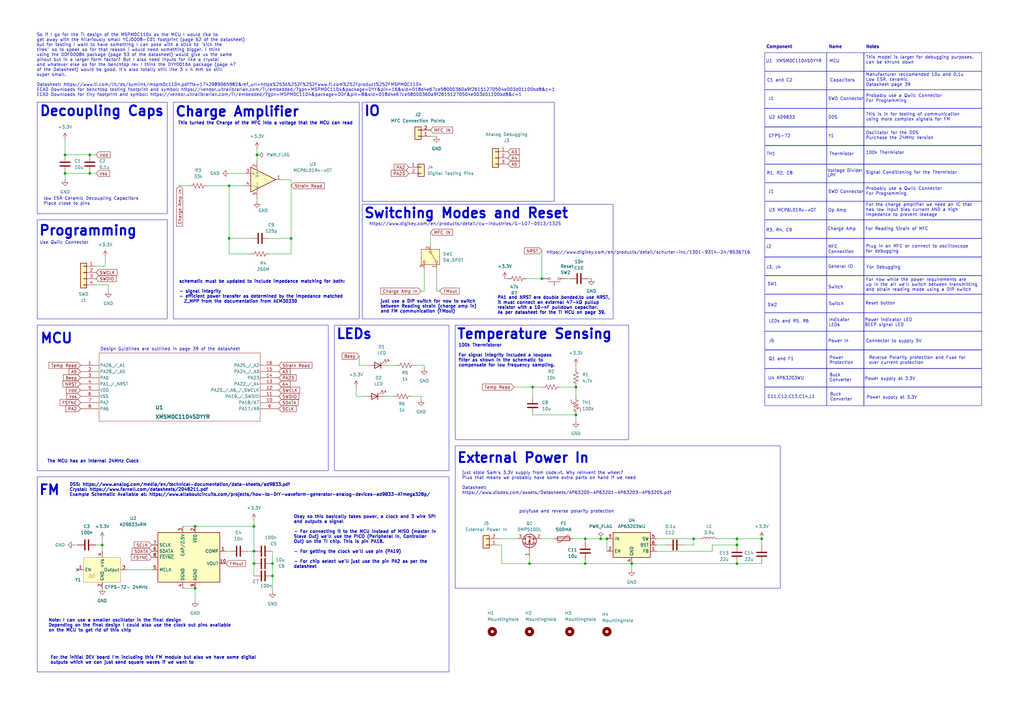
<source format=kicad_sch>
(kicad_sch (version 20250114) (generator "eeschema") (generator_version "9.0")
  (paper "A3")
  (lib_symbols
    (symbol "Amplifier_Operational:MCP6L01Rx-xOT" (pin_names (offset 0.127))
      (property "Reference" "U" (at 0 5.08 0))
      (property "Value" "MCP6L01Rx-xOT" (at 0 -5.08 0))
      (symbol "MCP6L01Rx-xOT_0_1"
        (pin power_in line (at -2.54 7.62 270) (length 3.81) (name "V+") (number "2"))
        (pin power_in line (at -2.54 -7.62 90) (length 3.81) (name "V-") (number "5"))
      )
      (symbol "MCP6L01Rx-xOT_1_1"
        (pin input line (at -7.62 2.54 0) (length 2.54) (name "+") (number "3"))
        (pin input line (at -7.62 -2.54 0) (length 2.54) (name "-") (number "4"))
        (pin output line (at 7.62 0 180) (length 2.54) (name "~") (number "1"))
      )
    )
    (symbol "Connector_Generic:Conn_01x02" (pin_names (offset 1.016) (hide yes))
      (property "Reference" "J" (at 0 2.54 0))
      (property "Value" "Conn_01x02" (at 0 -5.08 0))
      (symbol "Conn_01x02_1_1"
        (pin passive line (at -5.08 0 0) (length 3.81) (name "Pin_1") (number "1"))
        (pin passive line (at -5.08 -2.54 0) (length 3.81) (name "Pin_2") (number "2"))
      )
    )
    (symbol "Connector_Generic:Conn_01x03" (pin_names (offset 1.016) (hide yes))
      (property "Reference" "J" (at 0 5.08 0))
      (property "Value" "Conn_01x03" (at 0 -5.08 0))
      (symbol "Conn_01x03_1_1"
        (pin passive line (at -5.08 2.54 0) (length 3.81) (name "Pin_1") (number "1"))
        (pin passive line (at -5.08 0 0) (length 3.81) (name "Pin_2") (number "2"))
        (pin passive line (at -5.08 -2.54 0) (length 3.81) (name "Pin_3") (number "3"))
      )
    )
    (symbol "Connector_Generic:Conn_01x04" (pin_names (offset 1.016) (hide yes))
      (property "Reference" "J" (at 0 5.08 0))
      (property "Value" "Conn_01x04" (at 0 -7.62 0))
      (symbol "Conn_01x04_1_1"
        (pin passive line (at -5.08 2.54 0) (length 3.81) (name "Pin_1") (number "1"))
        (pin passive line (at -5.08 0 0) (length 3.81) (name "Pin_2") (number "2"))
        (pin passive line (at -5.08 -2.54 0) (length 3.81) (name "Pin_3") (number "3"))
        (pin passive line (at -5.08 -5.08 0) (length 3.81) (name "Pin_4") (number "4"))
      )
    )
    (symbol "Device:C" (pin_numbers (hide yes)) (pin_names (offset 0.254))
      (property "Reference" "C" (at 0.635 2.54 0))
      (property "Value" "C" (at 0.635 -2.54 0))
      (symbol "C_1_1"
        (pin passive line (at 0 3.81 270) (length 2.794) (name "~") (number "1"))
        (pin passive line (at 0 -3.81 90) (length 2.794) (name "~") (number "2"))
      )
    )
    (symbol "Device:L" (pin_numbers (hide yes)) (pin_names (offset 1.016) (hide yes))
      (property "Reference" "L" (at -1.27 0 90))
      (property "Value" "L" (at 1.905 0 90))
      (symbol "L_1_1"
        (pin passive line (at 0 3.81 270) (length 1.27) (name "1") (number "1"))
        (pin passive line (at 0 -3.81 90) (length 1.27) (name "2") (number "2"))
      )
    )
    (symbol "Device:LED" (pin_numbers (hide yes)) (pin_names (offset 1.016) (hide yes))
      (property "Reference" "D" (at 0 2.54 0))
      (property "Value" "LED" (at 0 -2.54 0))
      (symbol "LED_1_1"
        (pin passive line (at -3.81 0 0) (length 2.54) (name "K") (number "1"))
        (pin passive line (at 3.81 0 180) (length 2.54) (name "A") (number "2"))
      )
    )
    (symbol "Device:Polyfuse" (pin_numbers (hide yes)) (pin_names (offset 0))
      (property "Reference" "F" (at -2.54 0 90))
      (property "Value" "Polyfuse" (at 2.54 0 90))
      (symbol "Polyfuse_1_1"
        (pin passive line (at 0 3.81 270) (length 1.27) (name "~") (number "1"))
        (pin passive line (at 0 -3.81 90) (length 1.27) (name "~") (number "2"))
      )
    )
    (symbol "Device:Q_PMOS_GSD" (pin_names (offset 0) (hide yes))
      (property "Reference" "Q" (at 5.08 1.27 0))
      (property "Value" "Q_PMOS_GSD" (at 5.08 -1.27 0))
      (symbol "Q_PMOS_GSD_1_1"
        (pin input line (at -5.08 0 0) (length 2.54) (name "G") (number "1"))
        (pin passive line (at 2.54 5.08 270) (length 2.54) (name "D") (number "3"))
        (pin passive line (at 2.54 -5.08 90) (length 2.54) (name "S") (number "2"))
      )
    )
    (symbol "Device:R_US" (pin_numbers (hide yes)) (pin_names (offset 0))
      (property "Reference" "R" (at 2.54 0 90))
      (property "Value" "R_US" (at -2.54 0 90))
      (symbol "R_US_1_1"
        (pin passive line (at 0 3.81 270) (length 1.27) (name "~") (number "1"))
        (pin passive line (at 0 -3.81 90) (length 1.27) (name "~") (number "2"))
      )
    )
    (symbol "Device:Thermistor_US" (pin_numbers (hide yes)) (pin_names (offset 0))
      (property "Reference" "TH" (at 2.54 1.27 90))
      (property "Value" "Thermistor_US" (at -2.54 0 90))
      (symbol "Thermistor_US_1_1"
        (pin passive line (at 0 3.81 270) (length 1.27) (name "~") (number "1"))
        (pin passive line (at 0 -3.81 90) (length 1.27) (name "~") (number "2"))
      )
    )
    (symbol "Interface:AD9833xRM"
      (property "Reference" "U" (at -12.7 11.43 0))
      (property "Value" "AD9833xRM" (at 5.08 11.43 0))
      (symbol "AD9833xRM_1_1"
        (pin input line (at -15.24 5.08 0) (length 2.54) (name "SCLK") (number "7"))
        (pin input line (at -15.24 2.54 0) (length 2.54) (name "SDATA") (number "6"))
        (pin input line (at -15.24 0 0) (length 2.54) (name "~{FSYNC}") (number "8"))
        (pin input line (at -15.24 -5.08 0) (length 2.54) (name "MCLK") (number "5"))
        (pin power_in line (at -2.54 12.7 270) (length 2.54) (name "CAP/2.5V") (number "3"))
        (pin power_in line (at -2.54 -12.7 90) (length 2.54) (name "DGND") (number "4"))
        (pin power_in line (at 2.54 12.7 270) (length 2.54) (name "VDD") (number "2"))
        (pin power_in line (at 2.54 -12.7 90) (length 2.54) (name "AGND") (number "9"))
        (pin passive line (at 15.24 2.54 180) (length 2.54) (name "COMP") (number "1"))
        (pin output line (at 15.24 -2.54 180) (length 2.54) (name "VOUT") (number "10"))
      )
    )
    (symbol "MSPM0C1104 DYY0016A:XMSM0C1104SDYYR" (pin_names (offset 0.254))
      (property "Reference" "U" (at 40.64 10.16 0))
      (property "Value" "XMSM0C1104SDYYR" (at 40.64 7.62 0))
      (symbol "XMSM0C1104SDYYR_0_1"
        (pin bidirectional line (at 0 0 0) (length 7.62) (name "PA26_/_A1") (number "1"))
        (pin bidirectional line (at 0 -2.54 0) (length 7.62) (name "PA28_/_A5") (number "2"))
        (pin bidirectional line (at 0 -5.08 0) (length 7.62) (name "PA0") (number "3"))
        (pin bidirectional line (at 0 -7.62 0) (length 7.62) (name "PA1_/_NRST") (number "4"))
        (pin power_in line (at 0 -10.16 0) (length 7.62) (name "VDD") (number "5"))
        (pin power_out line (at 0 -12.7 0) (length 7.62) (name "VSS") (number "6"))
        (pin bidirectional line (at 0 -15.24 0) (length 7.62) (name "PA2") (number "7"))
        (pin bidirectional line (at 0 -17.78 0) (length 7.62) (name "PA6") (number "8"))
        (pin bidirectional line (at 81.28 0 180) (length 7.62) (name "PA25_/_A2") (number "16"))
        (pin bidirectional line (at 81.28 -2.54 180) (length 7.62) (name "PA24_/_A3") (number "15"))
        (pin bidirectional line (at 81.28 -5.08 180) (length 7.62) (name "PA23") (number "14"))
        (pin bidirectional line (at 81.28 -7.62 180) (length 7.62) (name "PA22_/_A4") (number "13"))
        (pin bidirectional line (at 81.28 -10.16 180) (length 7.62) (name "PA20_/_A6_/_SWCLK") (number "12"))
        (pin bidirectional line (at 81.28 -12.7 180) (length 7.62) (name "PA19_/_SWDIO") (number "11"))
        (pin bidirectional line (at 81.28 -15.24 180) (length 7.62) (name "PA18/A7") (number "10"))
        (pin bidirectional line (at 81.28 -17.78 180) (length 7.62) (name "PA17/A9") (number "9"))
      )
    )
    (symbol "Mechanical:MountingHole" (pin_names (offset 1.016))
      (property "Reference" "H" (at 0 5.08 0))
      (property "Value" "MountingHole" (at 0 3.175 0))
    )
    (symbol "Oscillator:CFPS-72"
      (property "Reference" "Y" (at -6.35 6.35 0))
      (property "Value" "CFPS-72" (at 6.35 6.35 0))
      (symbol "CFPS-72_1_1"
        (pin input line (at -10.16 0 0) (length 2.54) (name "EN") (number "1"))
        (pin power_in line (at 0 7.62 270) (length 2.54) (name "+Vs") (number "4"))
        (pin power_in line (at 0 -7.62 90) (length 2.54) (name "GND") (number "2"))
        (pin output line (at 10.16 0 180) (length 2.54) (name "Output") (number "3"))
      )
    )
    (symbol "Regulator_Switching:AP63203WU"
      (property "Reference" "U" (at -7.62 6.35 0))
      (property "Value" "AP63203WU" (at 2.54 6.35 0))
      (symbol "AP63203WU_1_1"
        (pin power_in line (at -10.16 2.54 0) (length 2.54) (name "IN") (number "3"))
        (pin input line (at -10.16 -2.54 0) (length 2.54) (name "EN") (number "2"))
        (pin power_in line (at 0 -7.62 90) (length 2.54) (name "GND") (number "4"))
        (pin output line (at 10.16 2.54 180) (length 2.54) (name "SW") (number "5"))
        (pin passive line (at 10.16 0 180) (length 2.54) (name "BST") (number "6"))
        (pin input line (at 10.16 -2.54 180) (length 2.54) (name "FB") (number "1"))
      )
    )
    (symbol "Switch:SW_Push" (pin_numbers (hide yes)) (pin_names (offset 1.016) (hide yes))
      (property "Reference" "SW" (at 1.27 2.54 0))
      (property "Value" "SW_Push" (at 0 -1.524 0))
      (symbol "SW_Push_0_1"
        (pin passive line (at -5.08 0 0) (length 2.54) (name "1") (number "1"))
        (pin passive line (at 5.08 0 180) (length 2.54) (name "2") (number "2"))
      )
    )
    (symbol "Switch:SW_SPDT" (pin_names (offset 0) (hide yes))
      (property "Reference" "SW" (at 0 5.08 0))
      (property "Value" "SW_SPDT" (at 0 -5.08 0))
      (symbol "SW_SPDT_1_1"
        (pin passive line (at -5.08 0 0) (length 2.54) (name "B") (number "2"))
        (pin passive line (at 5.08 2.54 180) (length 2.54) (name "A") (number "1"))
        (pin passive line (at 5.08 -2.54 180) (length 2.54) (name "C") (number "3"))
      )
    )
    (symbol "power:+3.3V" (power) (pin_names (offset 0))
      (property "Value" "+3.3V" (at 0 3.556 0))
      (symbol "+3.3V_1_1"
        (pin power_in line (at 0 0 90) (length 0) (hide yes) (name "+3.3V") (number "1"))
      )
    )
    (symbol "power:GND" (power) (pin_names (offset 0))
      (property "Value" "GND" (at 0 -3.81 0))
      (symbol "GND_1_1"
        (pin power_in line (at 0 0 270) (length 0) (hide yes) (name "GND") (number "1"))
      )
    )
    (symbol "power:PWR_FLAG" (power) (pin_numbers (hide yes)) (pin_names (offset 0) (hide yes))
      (property "Value" "PWR_FLAG" (at 0 3.81 0))
      (symbol "PWR_FLAG_0_0"
        (pin power_out line (at 0 0 90) (length 0) (name "pwr") (number "1"))
      )
    )
  )
  (rectangle (start 339.09 74.93) (end 354.33 82.55))
  (rectangle (start 313.69 90.17) (end 339.09 97.79))
  (rectangle (start 15.24 41.91) (end 68.58 87.63))
  (rectangle (start 137.16 133.35) (end 184.15 193.04))
  (rectangle (start 15.24 195.58) (end 184.15 275.59))
  (rectangle (start 339.09 158.75) (end 354.33 166.37))
  (rectangle (start 148.59 83.82) (end 251.46 130.81))
  (rectangle (start 339.09 90.17) (end 354.33 97.79))
  (rectangle (start 354.33 143.51) (end 402.59 151.13))
  (rectangle (start 313.69 59.69) (end 339.09 67.31))
  (rectangle (start 339.09 52.07) (end 354.33 59.69))
  (rectangle (start 313.69 29.21) (end 339.09 36.83))
  (rectangle (start 339.09 113.03) (end 354.33 120.65))
  (rectangle (start 354.33 29.21) (end 402.59 36.83))
  (rectangle (start 186.69 133.35) (end 257.81 180.34))
  (rectangle (start 339.09 36.83) (end 354.33 44.45))
  (rectangle (start 339.09 67.31) (end 354.33 74.93))
  (rectangle (start 354.33 158.75) (end 402.59 166.37))
  (rectangle (start 313.69 67.31) (end 339.09 74.93))
  (rectangle (start 354.33 128.27) (end 402.59 135.89))
  (rectangle (start 339.09 21.59) (end 354.33 29.21))
  (rectangle (start 354.33 67.31) (end 402.59 74.93))
  (rectangle (start 339.09 135.89) (end 354.33 143.51))
  (rectangle (start 15.24 133.35) (end 134.62 193.04))
  (rectangle (start 339.09 128.27) (end 354.33 135.89))
  (rectangle (start 354.33 97.79) (end 402.59 105.41))
  (rectangle (start 339.09 105.41) (end 354.33 113.03))
  (rectangle (start 354.33 135.89) (end 402.59 143.51))
  (rectangle (start 313.69 74.93) (end 339.09 82.55))
  (rectangle (start 313.69 113.03) (end 339.09 120.65))
  (rectangle (start 313.69 128.27) (end 339.09 135.89))
  (rectangle (start 354.33 44.45) (end 402.59 52.07))
  (rectangle (start 354.33 52.07) (end 402.59 59.69))
  (rectangle (start 313.69 21.59) (end 339.09 29.21))
  (rectangle (start 313.69 44.45) (end 339.09 52.07))
  (rectangle (start 71.12 41.91) (end 147.32 130.81))
  (rectangle (start 354.33 74.93) (end 402.59 82.55))
  (rectangle (start 313.69 151.13) (end 339.09 158.75))
  (rectangle (start 313.69 120.65) (end 339.09 128.27))
  (rectangle (start 313.69 105.41) (end 339.09 113.03))
  (rectangle (start 148.59 41.91) (end 227.33 82.55))
  (rectangle (start 354.33 36.83) (end 402.59 44.45))
  (rectangle (start 313.69 36.83) (end 339.09 44.45))
  (rectangle (start 354.33 105.41) (end 402.59 113.03))
  (rectangle (start 313.69 97.79) (end 339.09 105.41))
  (rectangle (start 339.09 120.65) (end 354.33 128.27))
  (rectangle (start 354.33 82.55) (end 402.59 90.17))
  (rectangle (start 313.69 52.07) (end 339.09 59.69))
  (rectangle (start 339.09 151.13) (end 354.33 158.75))
  (rectangle (start 339.09 29.21) (end 354.33 36.83))
  (rectangle (start 339.09 97.79) (end 354.33 105.41))
  (rectangle (start 354.33 113.03) (end 402.59 120.65))
  (rectangle (start 15.24 90.17) (end 68.58 130.81))
  (rectangle (start 339.09 44.45) (end 354.33 52.07))
  (rectangle (start 313.69 158.75) (end 339.09 166.37))
  (rectangle (start 313.69 82.55) (end 339.09 90.17))
  (rectangle (start 186.69 182.88) (end 320.04 241.3))
  (rectangle (start 354.33 59.69) (end 402.59 67.31))
  (rectangle (start 313.69 135.89) (end 339.09 143.51))
  (rectangle (start 354.33 21.59) (end 402.59 29.21))
  (rectangle (start 354.33 120.65) (end 402.59 128.27))
  (rectangle (start 339.09 143.51) (end 354.33 151.13))
  (rectangle (start 339.09 59.69) (end 354.33 67.31))
  (rectangle (start 354.33 151.13) (end 402.59 158.75))
  (rectangle (start 313.69 143.51) (end 339.09 151.13))
  (rectangle (start 354.33 90.17) (end 402.59 97.79))
  (rectangle (start 339.09 82.55) (end 354.33 90.17))
  (text "J1" (at 316.23 40.64 0) (effects (font (size 1.27 1.27))))
  (text "J3, J4" (at 314.198 109.728 0) (effects (font (size 1.27 1.27)) (justify left)))
  (text "TH1" (at 316.23 63.246 0) (effects (font (size 1.27 1.27))))
  (text "J5" (at 315.214 139.954 0) (effects (font (size 1.27 1.27)) (justify left)))
  (text "U1" (at 315.468 25.146 0) (effects (font (size 1.27 1.27))))
  (text "Buck \nConverter" (at 340.36 162.814 0) (effects (font (size 1.27 1.27)) (justify left)))
  (text "DDS" (at 339.598 48.26 0) (effects (font (size 1.27 1.27)) (justify left)))
  (text "For the initial DEV board I'm including this FM module but also we have some digital\noutputs which we can just send square waves if we want to" (at 20.574 270.764 0) (effects (font (size 1.27 1.27) (thickness 0.254) (bold yes)) (justify left)))
  (text "Notes" (at 355.092 19.304 0) (effects (font (size 1.27 1.27) (thickness 0.254) (bold yes)) (justify left)))
  (text "External Power In" (at 187.198 190.246 0) (effects (font (size 4 4) (thickness 0.8) (bold yes)) (justify left bottom)))
  (text "Power supply at 3.3V" (at 355.346 163.068 0) (effects (font (size 1.27 1.27)) (justify left)))
  (text "Charge Amp" (at 339.344 93.98 0) (effects (font (size 1.27 1.27)) (justify left)))
  (text "Design Guidlines are outlined in page 39 of the datasheet" (at 69.85 143.256 0) (effects (font (size 1.27 1.27))))
  (text "Note: I can use a smaller oscillator in the final design\nDepending on the final design I could also use the clock out pins available\non the MCU to get rid of this chip" (at 19.812 256.54 0) (effects (font (size 1.27 1.27) (thickness 0.254) (bold yes)) (justify left)))
  (text "Switch" (at 339.598 117.856 0) (effects (font (size 1.27 1.27)) (justify left)))
  (text "low ESR Ceramic Decoupling Capacitors\nPlace close to pins" (at 17.78 82.55 0) (effects (font (size 1.27 1.27)) (justify left)))
  (text "Buck \nConverter" (at 340.106 154.94 0) (effects (font (size 1.27 1.27)) (justify left)))
  (text "C1 and C2" (at 319.786 33.02 0) (effects (font (size 1.27 1.27))))
  (text "For the charge amplifier we need an IC that \nhas low input bias currant AND a high \nimpedance to prevent leakage" (at 355.092 86.106 0) (effects (font (size 1.27 1.27)) (justify left)))
  (text "Power indicator LED\nBEEP signal LED" (at 354.584 132.334 0) (effects (font (size 1.27 1.27)) (justify left)))
  (text "Temperature Sensing" (at 187.198 139.446 0) (effects (font (size 4 4) (thickness 0.8) (bold yes)) (justify left bottom)))
  (text "just stole Sam's 3.3V supply from code.vt. Why reinvent the wheel?\nPlus that means we probably have some extra parts on hand if we need\n\nDatasheet:\nhttps://www.diodes.com/assets/Datasheets/AP63200-AP63201-AP63203-AP63205.pdf" (at 189.484 198.12 0) (effects (font (size 1.27 1.27) (thickness 0.1588)) (justify left)))
  (text "Plug in an MFC or connect to oscilloscope\nfor debugging" (at 355.092 102.108 0) (effects (font (size 1.27 1.27)) (justify left)))
  (text "Voltage Divider\nLPF" (at 339.344 71.12 0) (effects (font (size 1.27 1.27)) (justify left)))
  (text "U4 AP63203WU" (at 314.96 155.194 0) (effects (font (size 1.27 1.27)) (justify left)))
  (text "General IO" (at 339.598 109.474 0) (effects (font (size 1.27 1.27)) (justify left)))
  (text "Power\nProtection" (at 340.106 147.828 0) (effects (font (size 1.27 1.27)) (justify left)))
  (text "just use a DIP switch for now to switch \nbetween Reading strain (charge amp in)\nand FM communication (FMout)" (at 155.956 125.73 0) (effects (font (size 1.27 1.27) (thickness 0.254) (bold yes)) (justify left)))
  (text "Probably use a Qwiic Connector\nFor Programming" (at 355.092 40.386 0) (effects (font (size 1.27 1.27)) (justify left)))
  (text "For now while the power requirements are\nup in the air we'll switch between transmitting\nand strain reading mode using a DIP switch" (at 355.092 116.84 0) (effects (font (size 1.27 1.27)) (justify left)))
  (text "Programming" (at 15.748 97.028 0) (effects (font (size 4 4) (thickness 0.8) (bold yes)) (justify left bottom)))
  (text "U2 AD9833" (at 315.214 48.26 0) (effects (font (size 1.27 1.27)) (justify left)))
  (text "Charge Amplifier" (at 71.628 48.26 0) (effects (font (size 4 4) (thickness 0.8) (bold yes)) (justify left bottom)))
  (text "Manufacturer reccomended 10u and 0.1u\nLow ESR, ceramic\nDatasheet page 39" (at 355.092 32.766 0) (effects (font (size 1.27 1.27)) (justify left)))
  (text "This turned the Charge of the MFC into a voltage that the MCU can read" (at 72.898 50.546 0) (effects (font (size 1.27 1.27) (thickness 0.254) (bold yes)) (justify left)))
  (text "schematic must be updated to include impedance matching for both:\n\n- signal integrity\n- efficient power transfer as determined by the impedance matched \n  Z_MPP from the documentation from AEM30330" (at 73.406 124.46 0) (effects (font (size 1.27 1.27) (bold yes)) (justify left bottom)))
  (text "Name" (at 339.852 19.304 0) (effects (font (size 1.27 1.27) (thickness 0.254) (bold yes)) (justify left)))
  (text "Power In" (at 339.598 139.954 0) (effects (font (size 1.27 1.27)) (justify left)))
  (text "IO" (at 149.098 48.006 0) (effects (font (size 4 4) (thickness 0.8) (bold yes)) (justify left bottom)))
  (text "Y1" (at 339.598 55.88 0) (effects (font (size 1.27 1.27)) (justify left)))
  (text "C11,C12,C13,C14,L1" (at 314.706 162.814 0) (effects (font (size 1.27 1.27)) (justify left)))
  (text "Power supply at 3.3V" (at 354.584 155.448 0) (effects (font (size 1.27 1.27)) (justify left)))
  (text "J2" (at 315.214 101.346 0) (effects (font (size 1.27 1.27))))
  (text "Decoupling Caps" (at 16.002 48.006 0) (effects (font (size 4 4) (thickness 0.8) (bold yes)) (justify left bottom)))
  (text "LEDs" (at 137.668 139.446 0) (effects (font (size 4 4) (thickness 0.8) (bold yes)) (justify left bottom)))
  (text "Capacitors" (at 340.36 33.02 0) (effects (font (size 1.27 1.27)) (justify left)))
  (text "Connector to supply 5V" (at 355.092 139.954 0) (effects (font (size 1.27 1.27)) (justify left)))
  (text "Use Qwiic Connector" (at 16.256 99.568 0) (effects (font (size 1.27 1.27) (thickness 0.1588)) (justify left)))
  (text "Component" (at 314.198 19.304 0) (effects (font (size 1.27 1.27) (thickness 0.254) (bold yes)) (justify left)))
  (text "CFPS-72" (at 315.214 55.88 0) (effects (font (size 1.27 1.27)) (justify left)))
  (text "This is in for testing of communication\nusing more complex signals for FM" (at 355.092 48.006 0) (effects (font (size 1.27 1.27)) (justify left)))
  (text "MCU" (at 340.106 25.146 0) (effects (font (size 1.27 1.27)) (justify left)))
  (text "MCU" (at 16.256 141.224 0) (effects (font (size 4 4) (thickness 0.8) (bold yes)) (justify left bottom)))
  (text "For Reading Strain of MFC" (at 354.838 93.98 0) (effects (font (size 1.27 1.27)) (justify left)))
  (text "This model is larger for debugging purposes, \ncan be shrunk down" (at 355.092 24.638 0) (effects (font (size 1.27 1.27)) (justify left)))
  (text "100k Thermistor" (at 355.092 62.738 0) (effects (font (size 1.27 1.27)) (justify left)))
  (text "Switching Modes and Reset" (at 149.098 89.916 0) (effects (font (size 4 4) (thickness 0.8) (bold yes)) (justify left bottom)))
  (text "Q1 and F1" (at 315.214 147.32 0) (effects (font (size 1.27 1.27)) (justify left)))
  (text "Oscillator for the DDS\nPurchase the 24MHz Version" (at 355.092 55.626 0) (effects (font (size 1.27 1.27)) (justify left)))
  (text "SW2" (at 314.706 125.222 0) (effects (font (size 1.27 1.27)) (justify left)))
  (text "The MCU has an internal 24MHz Clock" (at 19.304 189.23 0) (effects (font (size 1.27 1.27) (thickness 0.254) (bold yes)) (justify left)))
  (text "https://www.digikey.com/en/products/detail/schurter-inc/1301-9314-24/8536716" (at 265.938 103.632 0) (effects (font (size 1.27 1.27))))
  (text "J1" (at 316.23 78.74 0) (effects (font (size 1.27 1.27))))
  (text "MFC \nConnection" (at 339.598 102.362 0) (effects (font (size 1.27 1.27)) (justify left)))
  (text "U3 MCP6L01Rx-xOT" (at 315.214 86.36 0) (effects (font (size 1.27 1.27)) (justify left)))
  (text "FM" (at 15.748 203.454 0) (effects (font (size 4 4) (thickness 0.8) (bold yes)) (justify left bottom)))
  (text "Op Amp" (at 339.598 86.36 0) (effects (font (size 1.27 1.27)) (justify left)))
  (text "polyfuse and reverse polarity protection" (at 212.852 209.804 0) (effects (font (size 1.27 1.27) (thickness 0.1588)) (justify left)))
  (text "Indicator\nLEDs" (at 339.852 132.334 0) (effects (font (size 1.27 1.27)) (justify left)))
  (text "R3, R4, C9" (at 319.532 94.488 0) (effects (font (size 1.27 1.27))))
  (text "Thermistor" (at 340.106 63.246 0) (effects (font (size 1.27 1.27)) (justify left)))
  (text "So if I go for the TI design of the MSPM0C110x as the MCU I would like to\nget away with the hilariously small YCJ0008-C01 footprint (page 62 of the datasheet)\nbut for testing I want to have something I can poke with a stick to \"kick the\ntires\" so to speak so for that reason i would need something bigger. I think\nusing the DDF0008A package (page 53 of the datasheet) would give us the same \npinout but in a larger form factor? But I also need inputs for like a crystal\nand whatever else so for the benchtop rev I think the DYY0016A package (page 47 \nof the Datasheet) would be good. It's also totally still like 3 x 4 mm so still \nsuper small. \n\nDatasheet: https://www.ti.com/lit/ds/symlink/mspm0c1104.pdf?ts=1742989065982&ref_url=https%253A%252F%252Fwww.ti.com%252Fproduct%252FMSPM0C1104\nECAD Downloads for benchtop testing footprint and symbol: https://vendor.ultralibrarian.com/TI/embedded/?gpn=MSPM0C1104&package=DYY&pin=16&sid=018d4e67ce58000360a9f26151270504e003d01100bd8&c=1\nECAD Downloads for tiny footprint and symbol: https://vendor.ultralibrarian.com/TI/embedded/?gpn=MSPM0C1104&package=DDF&pin=8&sid=018d4e67ce58000360a9f26151270504e003d01100bd8&c=1" (at 14.986 26.67 0) (effects (font (size 1.27 1.27)) (justify left)))
  (text "Reverse Polarity protection and Fuse for \nover current protection" (at 356.362 147.828 0) (effects (font (size 1.27 1.27)) (justify left)))
  (text "https://www.digikey.com/en/products/detail/cw-industries/G-107-0513/1325" (at 190.754 91.948 0) (effects (font (size 1.27 1.27))))
  (text "SWD Connector" (at 339.598 40.64 0) (effects (font (size 1.27 1.27)) (justify left)))
  (text "R1, R2, C8" (at 319.786 71.12 0) (effects (font (size 1.27 1.27))))
  (text "Probably use a Qwiic Connector\nFor Programming" (at 355.092 78.486 0) (effects (font (size 1.27 1.27)) (justify left)))
  (text "PA1 and NRST are double bonded.to use NRST, \nit must connect an external 47-kΩ pullup \nresistor with a 10-nF pulldown capacitor. \nAs per datasheet for the TI MCU on page 39." (at 203.962 125.222 0) (effects (font (size 1.27 1.27) (thickness 0.254) (bold yes)) (justify left)))
  (text "Reset button" (at 354.838 124.46 0) (effects (font (size 1.27 1.27)) (justify left)))
  (text "100k Thermistoror\n\nFor signal integrity included a lowpass\nfilter as shown in the schematic to \ncompensate for low frequency sampling." (at 187.96 150.622 0) (effects (font (size 1.27 1.27) (bold yes)) (justify left bottom)))
  (text "SWD Connector" (at 339.598 78.74 0) (effects (font (size 1.27 1.27)) (justify left)))
  (text "Signal Conditioning for the Thermistor" (at 355.092 70.866 0) (effects (font (size 1.27 1.27)) (justify left)))
  (text "For Debugging" (at 355.346 109.728 0) (effects (font (size 1.27 1.27)) (justify left)))
  (text "DSS: https://www.analog.com/media/en/technical-documentation/data-sheets/ad9833.pdf\nCrystal: https://www.farnell.com/datasheets/2048211.pdf\nExample Schematic Available at: https://www.allaboutcircuits.com/projects/how-to-DIY-waveform-generator-analog-devices-ad9833-ATmega328p/" (at 28.448 200.914 0) (effects (font (size 1.27 1.27) (thickness 0.254) (bold yes)) (justify left)))
  (text "XMSM0C1104SDYYR" (at 327.66 25.146 0) (effects (font (size 1.27 1.27))))
  (text "Switch" (at 339.852 124.714 0) (effects (font (size 1.27 1.27)) (justify left)))
  (text "LEDs and R5, R6" (at 315.214 131.826 0) (effects (font (size 1.27 1.27)) (justify left)))
  (text "Okay so this basically takes power, a clock and 3 wire SPI \nand outputs a signal\n\n- For connecting it to the MCU instead of MISO (master in \nSlave Out) we'll use the PICO (Peripheral In, Controller \nOut) on the TI chip. This is pin PA18.\n\n- For getting the clock we'll use pin (PA19)\n\n- For chip select we'll just use the pin PA2 as per the\ndatasheet" (at 120.396 222.25 0) (effects (font (size 1.27 1.27) (thickness 0.254) (bold yes)) (justify left)))
  (text "SW1" (at 314.706 116.586 0) (effects (font (size 1.27 1.27)) (justify left)))
  (junction (at 80.01 241.3))
  (junction (at 80.01 215.9))
  (junction (at 111.76 231.14))
  (junction (at 302.26 231.14))
  (junction (at 26.67 71.12))
  (junction (at 26.67 63.5))
  (junction (at 36.83 71.12))
  (junction (at 93.98 97.79))
  (junction (at 104.14 215.9))
  (junction (at 104.14 226.06))
  (junction (at 302.26 223.52))
  (junction (at 104.14 231.14))
  (junction (at 236.22 158.75))
  (junction (at 36.83 63.5))
  (junction (at 246.38 220.98))
  (junction (at 105.41 63.5))
  (junction (at 217.17 231.14))
  (junction (at 111.76 236.22))
  (junction (at 259.08 231.14))
  (junction (at 248.92 220.98))
  (junction (at 312.42 220.98))
  (junction (at 284.48 220.98))
  (junction (at 222.25 114.3))
  (junction (at 240.03 231.14))
  (junction (at 93.98 76.2))
  (junction (at 240.03 220.98))
  (junction (at 302.26 220.98))
  (junction (at 41.91 223.52))
  (junction (at 119.38 97.79))
  (junction (at 236.22 170.18))
  (junction (at 218.44 158.75))
  (no_connect (at 31.75 233.68))
  (wire (pts (xy 39.37 63.5) (xy 36.83 63.5)))
  (wire (pts (xy 41.91 223.52) (xy 41.91 226.06)))
  (wire (pts (xy 204.47 223.52) (xy 205.74 223.52)))
  (wire (pts (xy 41.91 220.98) (xy 41.91 223.52)))
  (wire (pts (xy 39.37 109.22) (xy 43.18 109.22)))
  (wire (pts (xy 246.38 220.98) (xy 248.92 220.98)))
  (wire (pts (xy 119.38 73.66) (xy 115.57 73.66)))
  (wire (pts (xy 39.37 71.12) (xy 36.83 71.12)))
  (wire (pts (xy 80.01 215.9) (xy 104.14 215.9)))
  (wire (pts (xy 93.98 104.14) (xy 93.98 97.79)))
  (wire (pts (xy 236.22 158.75) (xy 236.22 162.56)))
  (wire (pts (xy 302.26 231.14) (xy 312.42 231.14)))
  (wire (pts (xy 292.1 223.52) (xy 302.26 223.52)))
  (wire (pts (xy 85.09 76.2) (xy 93.98 76.2)))
  (wire (pts (xy 240.03 231.14) (xy 217.17 231.14)))
  (wire (pts (xy 259.08 231.14) (xy 302.26 231.14)))
  (wire (pts (xy 93.98 71.12) (xy 100.33 71.12)))
  (wire (pts (xy 119.38 73.66) (xy 119.38 97.79)))
  (wire (pts (xy 119.38 97.79) (xy 119.38 104.14)))
  (wire (pts (xy 93.98 76.2) (xy 100.33 76.2)))
  (wire (pts (xy 93.98 97.79) (xy 93.98 76.2)))
  (wire (pts (xy 269.24 220.98) (xy 284.48 220.98)))
  (wire (pts (xy 240.03 229.87) (xy 240.03 231.14)))
  (wire (pts (xy 168.91 162.56) (xy 172.72 162.56)))
  (wire (pts (xy 26.67 71.12) (xy 36.83 71.12)))
  (wire (pts (xy 146.05 162.56) (xy 149.86 162.56)))
  (wire (pts (xy 74.93 215.9) (xy 80.01 215.9)))
  (wire (pts (xy 218.44 170.18) (xy 236.22 170.18)))
  (wire (pts (xy 302.26 220.98) (xy 302.26 223.52)))
  (wire (pts (xy 173.99 149.86) (xy 173.99 151.13)))
  (wire (pts (xy 92.71 226.06) (xy 93.98 226.06)))
  (wire (pts (xy 93.98 97.79) (xy 102.87 97.79)))
  (wire (pts (xy 111.76 231.14) (xy 111.76 236.22)))
  (wire (pts (xy 26.67 57.15) (xy 26.67 63.5)))
  (wire (pts (xy 105.41 82.55) (xy 105.41 81.28)))
  (wire (pts (xy 229.87 158.75) (xy 236.22 158.75)))
  (wire (pts (xy 210.82 158.75) (xy 218.44 158.75)))
  (wire (pts (xy 215.9 114.3) (xy 222.25 114.3)))
  (wire (pts (xy 218.44 158.75) (xy 222.25 158.75)))
  (wire (pts (xy 104.14 213.36) (xy 104.14 215.9)))
  (wire (pts (xy 43.18 109.22) (xy 43.18 105.41)))
  (wire (pts (xy 284.48 223.52) (xy 284.48 220.98)))
  (wire (pts (xy 302.26 220.98) (xy 312.42 220.98)))
  (wire (pts (xy 39.37 116.84) (xy 44.45 116.84)))
  (wire (pts (xy 39.37 223.52) (xy 41.91 223.52)))
  (wire (pts (xy 217.17 228.6) (xy 217.17 231.14)))
  (wire (pts (xy 73.66 76.2) (xy 77.47 76.2)))
  (wire (pts (xy 104.14 226.06) (xy 101.6 226.06)))
  (wire (pts (xy 26.67 71.12) (xy 26.67 73.66)))
  (wire (pts (xy 269.24 226.06) (xy 292.1 226.06)))
  (wire (pts (xy 102.87 104.14) (xy 93.98 104.14)))
  (wire (pts (xy 241.3 114.3) (xy 242.57 114.3)))
  (wire (pts (xy 236.22 170.18) (xy 236.22 172.72)))
  (wire (pts (xy 292.1 226.06) (xy 292.1 223.52)))
  (wire (pts (xy 207.01 114.3) (xy 208.28 114.3)))
  (wire (pts (xy 74.93 241.3) (xy 80.01 241.3)))
  (wire (pts (xy 158.75 149.86) (xy 162.56 149.86)))
  (wire (pts (xy 111.76 236.22) (xy 111.76 242.57)))
  (wire (pts (xy 259.08 231.14) (xy 240.03 231.14)))
  (wire (pts (xy 176.53 95.25) (xy 176.53 100.33)))
  (wire (pts (xy 284.48 220.98) (xy 287.02 220.98)))
  (wire (pts (xy 180.34 119.38) (xy 179.07 119.38)))
  (wire (pts (xy 222.25 114.3) (xy 222.25 102.87)))
  (wire (pts (xy 80.01 241.3) (xy 80.01 246.38)))
  (wire (pts (xy 173.99 119.38) (xy 172.72 119.38)))
  (wire (pts (xy 240.03 220.98) (xy 240.03 222.25)))
  (wire (pts (xy 157.48 162.56) (xy 161.29 162.56)))
  (wire (pts (xy 240.03 220.98) (xy 246.38 220.98)))
  (wire (pts (xy 104.14 215.9) (xy 104.14 226.06)))
  (wire (pts (xy 147.32 146.05) (xy 147.32 149.86)))
  (wire (pts (xy 205.74 223.52) (xy 205.74 231.14)))
  (wire (pts (xy 205.74 231.14) (xy 217.17 231.14)))
  (wire (pts (xy 104.14 226.06) (xy 104.14 231.14)))
  (wire (pts (xy 222.25 220.98) (xy 227.33 220.98)))
  (wire (pts (xy 259.08 231.14) (xy 259.08 233.68)))
  (wire (pts (xy 30.48 223.52) (xy 31.75 223.52)))
  (wire (pts (xy 104.14 231.14) (xy 104.14 236.22)))
  (wire (pts (xy 110.49 97.79) (xy 119.38 97.79)))
  (wire (pts (xy 176.53 55.88) (xy 179.07 55.88)))
  (wire (pts (xy 105.41 60.96) (xy 105.41 63.5)))
  (wire (pts (xy 119.38 104.14) (xy 110.49 104.14)))
  (wire (pts (xy 204.47 220.98) (xy 212.09 220.98)))
  (wire (pts (xy 146.05 158.75) (xy 146.05 162.56)))
  (wire (pts (xy 26.67 63.5) (xy 36.83 63.5)))
  (wire (pts (xy 147.32 149.86) (xy 151.13 149.86)))
  (wire (pts (xy 236.22 151.13) (xy 236.22 149.86)))
  (wire (pts (xy 234.95 220.98) (xy 240.03 220.98)))
  (wire (pts (xy 52.07 233.68) (xy 62.23 233.68)))
  (wire (pts (xy 111.76 226.06) (xy 111.76 231.14)))
  (wire (pts (xy 218.44 158.75) (xy 218.44 162.56)))
  (wire (pts (xy 232.41 114.3) (xy 233.68 114.3)))
  (wire (pts (xy 312.42 220.98) (xy 312.42 223.52)))
  (wire (pts (xy 105.41 63.5) (xy 105.41 66.04)))
  (wire (pts (xy 179.07 110.49) (xy 179.07 119.38)))
  (wire (pts (xy 172.72 162.56) (xy 172.72 163.83)))
  (wire (pts (xy 248.92 220.98) (xy 248.92 226.06)))
  (wire (pts (xy 294.64 220.98) (xy 302.26 220.98)))
  (wire (pts (xy 170.18 149.86) (xy 173.99 149.86)))
  (wire (pts (xy 280.67 223.52) (xy 284.48 223.52)))
  (wire (pts (xy 44.45 116.84) (xy 44.45 119.38)))
  (wire (pts (xy 173.99 110.49) (xy 173.99 119.38)))
  (wire (pts (xy 269.24 223.52) (xy 273.05 223.52)))
  (global_label "Vss" (shape input) (at 39.37 71.12 0) (property "Intersheetrefs" "${INTERSHEET_REFS}" (effects (hide yes))))
  (global_label "SWCLK" (shape input) (at 39.37 111.76 0) (effects (font (thickness 0.1588))) (property "Intersheetrefs" "${INTERSHEET_REFS}" (effects (hide yes))))
  (global_label "A4" (shape input) (at 114.3 157.48 0) (effects (font (thickness 0.1588))) (property "Intersheetrefs" "${INTERSHEET_REFS}" (effects (hide yes))))
  (global_label "A5" (shape input) (at 33.02 152.4 180) (effects (font (thickness 0.1588))) (property "Intersheetrefs" "${INTERSHEET_REFS}" (effects (hide yes))))
  (global_label "SDATA" (shape input) (at 62.23 226.06 180) (property "Intersheetrefs" "${INTERSHEET_REFS}" (effects (hide yes))))
  (global_label "Vdd" (shape input) (at 39.37 63.5 0) (property "Intersheetrefs" "${INTERSHEET_REFS}" (effects (hide yes))))
  (global_label "FSYNC" (shape input) (at 62.23 228.6 180) (property "Intersheetrefs" "${INTERSHEET_REFS}" (effects (hide yes))))
  (global_label "FMout" (shape input) (at 92.71 231.14 0) (property "Intersheetrefs" "${INTERSHEET_REFS}" (effects (hide yes))))
  (global_label "SCLK" (shape input) (at 114.3 167.64 0) (property "Intersheetrefs" "${INTERSHEET_REFS}" (effects (hide yes))))
  (global_label "SWDIO" (shape input) (at 39.37 114.3 0) (effects (font (thickness 0.1588))) (property "Intersheetrefs" "${INTERSHEET_REFS}" (effects (hide yes))))
  (global_label "A4" (shape input) (at 208.28 64.77 0) (effects (font (thickness 0.1588))) (property "Intersheetrefs" "${INTERSHEET_REFS}" (effects (hide yes))))
  (global_label "SWCLK" (shape input) (at 114.3 160.02 0) (effects (font (thickness 0.1588))) (property "Intersheetrefs" "${INTERSHEET_REFS}" (effects (hide yes))))
  (global_label "Beep" (shape input) (at 147.32 146.05 180) (effects (font (thickness 0.1588))) (property "Intersheetrefs" "${INTERSHEET_REFS}" (effects (hide yes))))
  (global_label "Strain Read" (shape input) (at 114.3 149.86 0) (effects (font (thickness 0.1588))) (property "Intersheetrefs" "${INTERSHEET_REFS}" (effects (hide yes))))
  (global_label "Vss" (shape input) (at 33.02 162.56 180) (property "Intersheetrefs" "${INTERSHEET_REFS}" (effects (hide yes))))
  (global_label "PA23" (shape input) (at 167.64 71.12 180) (effects (font (thickness 0.1588))) (property "Intersheetrefs" "${INTERSHEET_REFS}" (effects (hide yes))))
  (global_label "SDATA" (shape input) (at 114.3 165.1 0) (property "Intersheetrefs" "${INTERSHEET_REFS}" (effects (hide yes))))
  (global_label "PA23" (shape input) (at 114.3 154.94 0) (effects (font (thickness 0.1588))) (property "Intersheetrefs" "${INTERSHEET_REFS}" (effects (hide yes))))
  (global_label "NRST" (shape input) (at 222.25 102.87 180) (effects (font (thickness 0.1588))) (property "Intersheetrefs" "${INTERSHEET_REFS}" (effects (hide yes))))
  (global_label "FSYNC" (shape input) (at 33.02 165.1 180) (property "Intersheetrefs" "${INTERSHEET_REFS}" (effects (hide yes))))
  (global_label "A5" (shape input) (at 208.28 67.31 0) (effects (font (thickness 0.1588))) (property "Intersheetrefs" "${INTERSHEET_REFS}" (effects (hide yes))))
  (global_label "PA2" (shape input) (at 33.02 167.64 180) (effects (font (thickness 0.1588))) (property "Intersheetrefs" "${INTERSHEET_REFS}" (effects (hide yes))))
  (global_label "NRST" (shape input) (at 33.02 157.48 180) (effects (font (thickness 0.1588))) (property "Intersheetrefs" "${INTERSHEET_REFS}" (effects (hide yes))))
  (global_label "PA2" (shape input) (at 167.64 68.58 180) (effects (font (thickness 0.1588))) (property "Intersheetrefs" "${INTERSHEET_REFS}" (effects (hide yes))))
  (global_label "Temp Read" (shape input) (at 210.82 158.75 180) (effects (font (thickness 0.1588))) (property "Intersheetrefs" "${INTERSHEET_REFS}" (effects (hide yes))))
  (global_label "Beep" (shape input) (at 33.02 154.94 180) (effects (font (thickness 0.1588))) (property "Intersheetrefs" "${INTERSHEET_REFS}" (effects (hide yes))))
  (global_label "MFC IN" (shape input) (at 176.53 53.34 0) (effects (font (thickness 0.1588))) (property "Intersheetrefs" "${INTERSHEET_REFS}" (effects (hide yes))))
  (global_label "A3" (shape input) (at 208.28 62.23 0) (effects (font (thickness 0.1588))) (property "Intersheetrefs" "${INTERSHEET_REFS}" (effects (hide yes))))
  (global_label "Charge Amp In" (shape input) (at 73.66 76.2 270) (property "Intersheetrefs" "${INTERSHEET_REFS}" (effects (hide yes))))
  (global_label "A3" (shape input) (at 114.3 152.4 0) (effects (font (thickness 0.1588))) (property "Intersheetrefs" "${INTERSHEET_REFS}" (effects (hide yes))))
  (global_label "Charge Amp In" (shape input) (at 172.72 119.38 180) (property "Intersheetrefs" "${INTERSHEET_REFS}" (effects (hide yes))))
  (global_label "SCLK" (shape input) (at 62.23 223.52 180) (property "Intersheetrefs" "${INTERSHEET_REFS}" (effects (hide yes))))
  (global_label "Temp Read" (shape input) (at 33.02 149.86 180) (effects (font (thickness 0.1588))) (property "Intersheetrefs" "${INTERSHEET_REFS}" (effects (hide yes))))
  (global_label "FMout" (shape input) (at 180.34 119.38 0) (property "Intersheetrefs" "${INTERSHEET_REFS}" (effects (hide yes))))
  (global_label "Vdd" (shape input) (at 33.02 160.02 180) (property "Intersheetrefs" "${INTERSHEET_REFS}" (effects (hide yes))))
  (global_label "SWDIO" (shape input) (at 114.3 162.56 0) (effects (font (thickness 0.1588))) (property "Intersheetrefs" "${INTERSHEET_REFS}" (effects (hide yes))))
  (global_label "MFC IN" (shape input) (at 176.53 95.25 0) (effects (font (thickness 0.1588))) (property "Intersheetrefs" "${INTERSHEET_REFS}" (effects (hide yes))))
  (global_label "Strain Read" (shape input) (at 119.38 76.2 0) (effects (font (thickness 0.1588))) (property "Intersheetrefs" "${INTERSHEET_REFS}" (effects (hide yes))))
  (symbol (lib_id "power:GND") (at 93.98 71.12 270) (unit 1)
    (property "Reference" "#PWR13" (effects (hide yes)))
    (property "Value" "GND" (at 90.17 71.12 90) (effects (justify right)))
  )
  (symbol (lib_id "Mechanical:MountingHole") (at 201.93 259.08 270) (unit 1)
    (property "Reference" "H1" (at 199.898 251.46 90) (effects (justify left)))
    (property "Value" "MountingHole" (at 199.898 254 90) (effects (justify left)))
    (property "Footprint" "MountingHole:MountingHole_3.2mm_M3_Pad_Via" (effects (hide yes)))
    (property "Description" "Mounting Hole without connection" (effects (hide yes)))
  )
  (symbol (lib_id "power:GND") (at 105.41 82.55 0) (unit 1)
    (property "Reference" "#PWR15" (effects (hide yes)))
    (property "Value" "GND" (at 107.95 86.36 0))
  )
  (symbol (lib_id "power:+3.3V") (at 312.42 220.98 0) (unit 1)
    (property "Reference" "#PWR23" (effects (hide yes)))
    (property "Value" "+3.3V" (at 312.42 215.9 0))
    (property "Description" "Power symbol creates a global label with name \"+3.3V\"" (effects (hide yes)))
  )
  (symbol (lib_id "Device:Polyfuse") (at 231.14 220.98 90) (unit 1)
    (property "Reference" "F1" (at 231.14 214.63 90))
    (property "Value" "500mA" (at 231.14 217.17 90))
    (property "Footprint" "Fuse:Fuse_0805_2012Metric" (effects (hide yes)))
    (property "Description" "Resettable fuse, polymeric positive temperature coefficient" (effects (hide yes)))
  )
  (symbol (lib_id "Amplifier_Operational:MCP6L01Rx-xOT") (at 107.95 73.66 0) (unit 1)
    (property "Reference" "U3" (at 128.27 67.31 0))
    (property "Value" "MCP6L01Rx-xOT" (at 128.27 69.85 0))
    (property "Footprint" "Package_TO_SOT_SMD:SOT-23-5" (effects (hide yes)))
    (property "Datasheet" "http://ww1.microchip.com/downloads/en/devicedoc/22140b.pdf" (effects (hide yes)))
  )
  (symbol (lib_id "Connector_Generic:Conn_01x03") (at 203.2 64.77 0) (mirror y) (unit 1)
    (property "Reference" "J3" (at 207.772 57.658 0))
    (property "Value" "Analog Debugging" (at 207.772 55.118 0))
    (property "Footprint" "Connector_PinSocket_2.54mm:PinSocket_1x03_P2.54mm_Vertical" (effects (hide yes)))
    (property "Description" "Generic connector, single row, 01x03, script generated (kicad-library-utils/schlib/autogen/connector/)" (effects (hide yes)))
  )
  (symbol (lib_id "Device:R_US") (at 106.68 104.14 90) (unit 1)
    (property "Reference" "R4" (at 107.95 107.95 90))
    (property "Value" "250M" (at 107.95 110.49 90))
    (property "Footprint" "Resistor_SMD:R_0603_1608Metric" (effects (hide yes)))
  )
  (symbol (lib_id "power:+3.3V") (at 104.14 213.36 0) (unit 1)
    (property "Reference" "#PWR9" (effects (hide yes)))
    (property "Value" "+3.3V" (at 104.14 208.28 0))
    (property "Description" "Power symbol creates a global label with name \"+3.3V\"" (effects (hide yes)))
  )
  (symbol (lib_id "Device:R_US") (at 81.28 76.2 90) (unit 1)
    (property "Reference" "R3" (at 81.28 69.85 90))
    (property "Value" "33k" (at 81.28 72.39 90))
    (property "Footprint" "Resistor_SMD:R_0603_1608Metric" (effects (hide yes)))
  )
  (symbol (lib_id "Device:LED") (at 154.94 149.86 180) (unit 1)
    (property "Reference" "D1" (at 156.5275 142.24 0))
    (property "Value" "LED" (at 156.5275 144.78 0))
    (property "Footprint" "Diode_SMD:D_0805_2012Metric" (effects (hide yes)))
    (property "Description" "Light emitting diode" (effects (hide yes)))
  )
  (symbol (lib_id "power:PWR_FLAG") (at 246.38 220.98 0) (unit 1)
    (property "Reference" "#FLG2" (effects (hide yes)))
    (property "Value" "PWR_FLAG" (at 246.38 215.9 0))
  )
  (symbol (lib_id "Connector_Generic:Conn_01x02") (at 172.72 68.58 0) (unit 1)
    (property "Reference" "J4" (at 175.26 68.5799 0) (effects (justify left)))
    (property "Value" "Digital Testing Pins" (at 175.26 71.1199 0) (effects (justify left)))
    (property "Footprint" "Connector_PinSocket_2.54mm:PinSocket_1x02_P2.54mm_Vertical" (effects (hide yes)))
    (property "Description" "Generic connector, single row, 01x02, script generated (kicad-library-utils/schlib/autogen/connector/)" (effects (hide yes)))
  )
  (symbol (lib_id "MSPM0C1104 DYY0016A:XMSM0C1104SDYYR") (at 33.02 149.86 0) (unit 1)
    (property "Reference" "U1" (at 63.5 167.132 0) (effects (font (size 1.524 1.524) (thickness 0.3048) (bold yes)) (justify left)))
    (property "Value" "XMSM0C1104SDYYR" (at 63.5 170.942 0) (effects (font (size 1.524 1.524) (thickness 0.3048) (bold yes)) (justify left)))
    (property "Footprint" "MSPM0C110:SOT-23-THIN16_DYY_TEX" (effects (hide yes)))
    (property "Datasheet" "XMSM0C1104SDYYR" (effects (hide yes)))
  )
  (symbol (lib_id "Device:LED") (at 153.67 162.56 180) (unit 1)
    (property "Reference" "D2" (at 155.2575 154.94 0))
    (property "Value" "LED" (at 155.2575 157.48 0))
    (property "Footprint" "Diode_SMD:D_0805_2012Metric" (effects (hide yes)))
    (property "Description" "Light emitting diode" (effects (hide yes)))
  )
  (symbol (lib_id "Device:R_US") (at 166.37 149.86 90) (unit 1)
    (property "Reference" "R5" (at 166.116 152.908 90))
    (property "Value" "1k" (at 166.116 155.448 90))
    (property "Footprint" "Resistor_SMD:R_0603_1608Metric" (effects (hide yes)))
  )
  (symbol (lib_id "Device:C") (at 302.26 227.33 0) (unit 1)
    (property "Reference" "C13" (at 298.958 226.822 0) (effects (justify right)))
    (property "Value" "22u" (at 298.958 229.362 0) (effects (justify right)))
    (property "Footprint" "Capacitor_SMD:C_0603_1608Metric" (effects (hide yes)))
    (property "Description" "Unpolarized capacitor" (effects (hide yes)))
  )
  (symbol (lib_id "power:+3.3V") (at 41.91 220.98 0) (unit 1)
    (property "Reference" "#PWR12" (effects (hide yes)))
    (property "Value" "+3.3V" (at 41.91 215.9 0))
    (property "Description" "Power symbol creates a global label with name \"+3.3V\"" (effects (hide yes)))
  )
  (symbol (lib_id "power:+3.3V") (at 146.05 158.75 0) (unit 1)
    (property "Reference" "#PWR19" (effects (hide yes)))
    (property "Value" "+3.3V" (at 146.05 153.67 0))
    (property "Description" "Power symbol creates a global label with name \"+3.3V\"" (effects (hide yes)))
  )
  (symbol (lib_id "Device:C") (at 35.56 223.52 90) (unit 1)
    (property "Reference" "C3" (at 35.56 215.9 90))
    (property "Value" "100n" (at 35.56 218.44 90))
    (property "Footprint" "Capacitor_SMD:C_0603_1608Metric" (effects (hide yes)))
    (property "Description" "Unpolarized capacitor" (effects (hide yes)))
  )
  (symbol (lib_id "Device:C") (at 97.79 226.06 90) (unit 1)
    (property "Reference" "C4" (at 97.79 218.44 90))
    (property "Value" "10n" (at 97.79 220.98 90))
    (property "Footprint" "Capacitor_SMD:C_0603_1608Metric" (effects (hide yes)))
    (property "Description" "Unpolarized capacitor" (effects (hide yes)))
  )
  (symbol (lib_id "Device:C") (at 107.95 236.22 90) (unit 1)
    (property "Reference" "C7" (at 104.902 238.506 90))
    (property "Value" "100n" (at 109.22 240.284 90))
    (property "Footprint" "Capacitor_SMD:C_0603_1608Metric" (effects (hide yes)))
    (property "Description" "Unpolarized capacitor" (effects (hide yes)))
  )
  (symbol (lib_id "power:GND") (at 26.67 73.66 0) (unit 1)
    (property "Reference" "#PWR4" (effects (hide yes)))
    (property "Value" "GND" (at 26.67 78.74 0))
    (property "Description" "Power symbol creates a global label with name \"GND\" , ground" (effects (hide yes)))
  )
  (symbol (lib_id "Device:C") (at 276.86 223.52 90) (unit 1)
    (property "Reference" "C12" (at 272.796 218.44 90) (effects (justify right)))
    (property "Value" "0.1u" (at 272.796 215.9 90) (effects (justify right)))
    (property "Footprint" "Capacitor_SMD:C_0603_1608Metric" (effects (hide yes)))
    (property "Description" "Unpolarized capacitor" (effects (hide yes)))
  )
  (symbol (lib_id "Device:C") (at 237.49 114.3 270) (unit 1)
    (property "Reference" "C10" (at 239.395 109.8551 90) (effects (justify right)))
    (property "Value" "10n" (at 239.395 107.3151 90) (effects (justify right)))
    (property "Footprint" "Capacitor_SMD:C_0603_1608Metric" (effects (hide yes)))
    (property "Description" "Unpolarized capacitor" (effects (hide yes)))
  )
  (symbol (lib_id "Device:C") (at 218.44 166.37 180) (unit 1)
    (property "Reference" "C8" (at 222.25 165.0999 0) (effects (justify right)))
    (property "Value" "10u" (at 222.25 167.6399 0) (effects (justify right)))
    (property "Footprint" "Capacitor_SMD:C_0603_1608Metric" (effects (hide yes)))
    (property "Description" "Unpolarized capacitor" (effects (hide yes)))
  )
  (symbol (lib_id "Oscillator:CFPS-72") (at 41.91 233.68 0) (unit 1)
    (property "Reference" "Y1" (at 32.004 237.744 0))
    (property "Value" "CFPS-72- 24MHz" (at 51.816 240.792 0))
    (property "Footprint" "Oscillator:Oscillator_SMD_IQD_IQXO70-4Pin_7.5x5.0mm" (effects (hide yes)))
    (property "Datasheet" "https://www.iqdfrequencyproducts.com/products/details/cfps-72-14-01.pdf" (effects (hide yes)))
    (property "Description" "500kHz-100MHz 5V Crystal Oscillator, IQD CFPS-72" (effects (hide yes)))
  )
  (symbol (lib_id "Device:Q_PMOS_GSD") (at 217.17 223.52 90) (unit 1)
    (property "Reference" "Q1" (at 217.17 214.63 90))
    (property "Value" "DMP510DL" (at 217.17 217.17 90))
    (property "Footprint" "Package_TO_SOT_SMD:SOT-23" (effects (hide yes)))
    (property "Description" "P-MOSFET transistor, gate/source/drain" (effects (hide yes)))
  )
  (symbol (lib_id "Interface:AD9833xRM") (at 77.47 228.6 0) (unit 1)
    (property "Reference" "U2" (at 54.61 212.598 0))
    (property "Value" "AD9833xRM" (at 54.61 215.138 0))
    (property "Footprint" "Package_SO:MSOP-10_3x3mm_P0.5mm" (effects (hide yes)))
    (property "Datasheet" "https://www.analog.com/media/en/technical-documentation/data-sheets/ad9833.pdf" (effects (hide yes)))
  )
  (symbol (lib_id "power:GND") (at 44.45 119.38 0) (unit 1)
    (property "Reference" "#PWR6" (effects (hide yes)))
    (property "Value" "GND" (at 44.45 124.46 0))
    (property "Description" "Power symbol creates a global label with name \"GND\" , ground" (effects (hide yes)))
  )
  (symbol (lib_id "Device:C") (at 36.83 67.31 0) (unit 1)
    (property "Reference" "C2" (at 40.64 66.0399 0) (effects (justify left)))
    (property "Value" "0.1u" (at 40.64 68.5799 0) (effects (justify left)))
    (property "Footprint" "Capacitor_SMD:C_0603_1608Metric" (effects (hide yes)))
    (property "Description" "Unpolarized capacitor" (effects (hide yes)))
  )
  (symbol (lib_id "Device:L") (at 290.83 220.98 90) (unit 1)
    (property "Reference" "L1" (at 290.83 215.9 90))
    (property "Value" "3.9u" (at 290.83 218.44 90))
    (property "Footprint" "Inductor_SMD:L_1812_4532Metric" (effects (hide yes)))
    (property "Description" "Inductor" (effects (hide yes)))
  )
  (symbol (lib_id "Device:C") (at 107.95 226.06 270) (unit 1)
    (property "Reference" "C5" (at 113.538 223.012 90) (effects (justify right)))
    (property "Value" "100n" (at 113.538 220.472 90) (effects (justify right)))
    (property "Footprint" "Capacitor_SMD:C_0603_1608Metric" (effects (hide yes)))
    (property "Description" "Unpolarized capacitor" (effects (hide yes)))
  )
  (symbol (lib_id "Connector_Generic:Conn_01x04") (at 34.29 111.76 0) (mirror y) (unit 1)
    (property "Reference" "J1" (at 34.29 123.19 0))
    (property "Value" "SWD" (at 34.29 120.65 0))
    (property "Footprint" "Connector_PinHeader_2.54mm:PinHeader_1x04_P2.54mm_Vertical" (effects (hide yes)))
    (property "Description" "Generic connector, single row, 01x04, script generated (kicad-library-utils/schlib/autogen/connector/)" (effects (hide yes)))
  )
  (symbol (lib_id "power:GND") (at 80.01 246.38 0) (unit 1)
    (property "Reference" "#PWR8" (effects (hide yes)))
    (property "Value" "GND" (at 80.01 251.46 0))
  )
  (symbol (lib_id "power:GND") (at 30.48 223.52 270) (unit 1)
    (property "Reference" "#PWR1" (effects (hide yes)))
    (property "Value" "GND" (at 26.67 223.5199 90) (effects (justify right)))
  )
  (symbol (lib_id "Device:R_US") (at 165.1 162.56 90) (unit 1)
    (property "Reference" "R6" (at 164.846 165.608 90))
    (property "Value" "1k" (at 164.846 168.148 90))
    (property "Footprint" "Resistor_SMD:R_0603_1608Metric" (effects (hide yes)))
  )
  (symbol (lib_id "Connector_Generic:Conn_01x02") (at 171.45 55.88 180) (unit 1)
    (property "Reference" "J2" (at 171.45 46.99 0))
    (property "Value" "MFC Connection Points" (at 171.45 49.53 0))
    (property "Footprint" "Connector_PinSocket_2.54mm:PinSocket_1x02_P2.54mm_Vertical" (effects (hide yes)))
    (property "Description" "Generic connector, single row, 01x02, script generated (kicad-library-utils/schlib/autogen/connector/)" (effects (hide yes)))
  )
  (symbol (lib_id "power:GND") (at 111.76 242.57 0) (unit 1)
    (property "Reference" "#PWR10" (effects (hide yes)))
    (property "Value" "GND" (at 111.76 247.65 0))
  )
  (symbol (lib_id "Mechanical:MountingHole") (at 233.68 259.08 0) (unit 1)
    (property "Reference" "H3" (at 231.648 251.46 0) (effects (justify left)))
    (property "Value" "MountingHole" (at 231.648 254 0) (effects (justify left)))
    (property "Footprint" "MountingHole:MountingHole_3.2mm_M3_Pad_Via" (effects (hide yes)))
    (property "Description" "Mounting Hole without connection" (effects (hide yes)))
  )
  (symbol (lib_id "power:GND") (at 173.99 151.13 0) (unit 1)
    (property "Reference" "#PWR17" (effects (hide yes)))
    (property "Value" "GND" (at 173.99 156.21 0))
  )
  (symbol (lib_id "power:GND") (at 172.72 163.83 0) (unit 1)
    (property "Reference" "#PWR18" (effects (hide yes)))
    (property "Value" "GND" (at 172.72 168.91 0))
  )
  (symbol (lib_id "power:GND") (at 179.07 55.88 0) (unit 1)
    (property "Reference" "#PWR16" (effects (hide yes)))
    (property "Value" "GND" (at 179.07 60.96 0))
  )
  (symbol (lib_id "power:+3.3V") (at 207.01 114.3 0) (unit 1)
    (property "Reference" "#PWR20" (effects (hide yes)))
    (property "Value" "+3.3V" (at 207.01 109.22 0))
    (property "Description" "Power symbol creates a global label with name \"+3.3V\"" (effects (hide yes)))
  )
  (symbol (lib_id "Switch:SW_SPDT") (at 176.53 105.41 270) (unit 1)
    (property "Reference" "SW1" (at 181.61 104.1399 90) (effects (justify left)))
    (property "Value" "SW_SPDT" (at 181.61 106.6799 90) (effects (justify left)))
    (property "Footprint" "CS12ANW03 - Switch:CS12ANW03_NKK" (effects (hide yes)))
    (property "Description" "Switch, single pole double throw" (effects (hide yes)))
  )
  (symbol (lib_id "power:GND") (at 259.08 233.68 0) (unit 1)
    (property "Reference" "#PWR22" (effects (hide yes)))
    (property "Value" "GND" (at 259.08 238.76 0))
  )
  (symbol (lib_id "Mechanical:MountingHole") (at 248.92 259.08 0) (unit 1)
    (property "Reference" "H4" (at 246.888 251.968 0) (effects (justify left)))
    (property "Value" "MountingHole" (at 246.888 254.508 0) (effects (justify left)))
    (property "Footprint" "MountingHole:MountingHole_3.2mm_M3_Pad_Via" (effects (hide yes)))
    (property "Description" "Mounting Hole without connection" (effects (hide yes)))
  )
  (symbol (lib_id "power:GND") (at 242.57 114.3 0) (unit 1)
    (property "Reference" "#PWR21" (effects (hide yes)))
    (property "Value" "GND" (at 242.57 119.38 0))
  )
  (symbol (lib_id "Mechanical:MountingHole") (at 217.17 259.08 0) (unit 1)
    (property "Reference" "H2" (at 215.392 251.46 0) (effects (justify left)))
    (property "Value" "MountingHole" (at 215.392 254 0) (effects (justify left)))
    (property "Footprint" "MountingHole:MountingHole_3.2mm_M3_Pad_Via" (effects (hide yes)))
    (property "Description" "Mounting Hole without connection" (effects (hide yes)))
  )
  (symbol (lib_id "Device:Thermistor_US") (at 236.22 166.37 180) (unit 1)
    (property "Reference" "TH1" (at 238.76 165.0999 0) (effects (justify right)))
    (property "Value" "100k" (at 238.76 167.6399 0) (effects (justify right)))
    (property "Footprint" "Resistor_SMD:R_0805_2012Metric" (effects (hide yes)))
    (property "Description" "Thermistor, temperature dependent resistor, US symbol" (effects (hide yes)))
  )
  (symbol (lib_id "power:GND") (at 41.91 241.3 0) (unit 1)
    (property "Reference" "#PWR7" (effects (hide yes)))
    (property "Value" "GND" (at 41.91 246.38 0))
  )
  (symbol (lib_id "power:+3.3V") (at 105.41 60.96 0) (unit 1)
    (property "Reference" "#PWR14" (effects (hide yes)))
    (property "Value" "+3.3V" (at 105.41 55.88 0))
    (property "Description" "Power symbol creates a global label with name \"+3.3V\"" (effects (hide yes)))
  )
  (symbol (lib_id "power:PWR_FLAG") (at 105.41 63.5 270) (unit 1)
    (property "Reference" "#FLG1" (effects (hide yes)))
    (property "Value" "PWR_FLAG" (at 109.22 63.5 90) (effects (justify left)))
  )
  (symbol (lib_id "Device:C") (at 240.03 226.06 0) (unit 1)
    (property "Reference" "C11" (at 236.728 225.552 0) (effects (justify right)))
    (property "Value" "10u" (at 236.728 228.092 0) (effects (justify right)))
    (property "Footprint" "Capacitor_SMD:C_0603_1608Metric" (effects (hide yes)))
    (property "Description" "Unpolarized capacitor" (effects (hide yes)))
  )
  (symbol (lib_id "Device:C") (at 312.42 227.33 0) (unit 1)
    (property "Reference" "C14" (at 309.118 226.822 0) (effects (justify right)))
    (property "Value" "22u" (at 309.118 229.362 0) (effects (justify right)))
    (property "Footprint" "Capacitor_SMD:C_0603_1608Metric" (effects (hide yes)))
    (property "Description" "Unpolarized capacitor" (effects (hide yes)))
  )
  (symbol (lib_id "Connector_Generic:Conn_01x02") (at 199.39 223.52 180) (unit 1)
    (property "Reference" "J5" (at 199.39 214.63 0))
    (property "Value" "External Power In" (at 199.39 217.17 0))
    (property "Footprint" "Connector_PinHeader_2.54mm:PinHeader_1x02_P2.54mm_Vertical" (effects (hide yes)))
    (property "Description" "Generic connector, single row, 01x02, script generated (kicad-library-utils/schlib/autogen/connector/)" (effects (hide yes)))
  )
  (symbol (lib_id "Device:R_US") (at 226.06 158.75 90) (unit 1)
    (property "Reference" "R2" (at 226.06 152.4 90))
    (property "Value" "10k" (at 226.06 154.94 90))
    (property "Footprint" "Resistor_SMD:R_0603_1608Metric" (effects (hide yes)))
    (property "Description" "Resistor, US symbol" (effects (hide yes)))
  )
  (symbol (lib_id "Device:C") (at 106.68 97.79 90) (unit 1)
    (property "Reference" "C9" (at 111.252 92.202 90))
    (property "Value" "125p" (at 111.252 94.742 90))
    (property "Footprint" "Capacitor_SMD:C_0603_1608Metric" (effects (hide yes)))
  )
  (symbol (lib_id "power:GND") (at 236.22 172.72 0) (unit 1)
    (property "Reference" "#PWR11" (effects (hide yes)))
    (property "Value" "GND" (at 236.22 177.8 0))
  )
  (symbol (lib_id "Switch:SW_Push") (at 227.33 114.3 180) (unit 1)
    (property "Reference" "SW2" (at 229.87 111.7601 0) (effects (justify right)))
    (property "Value" "Reset" (at 229.87 109.2201 0) (effects (justify right)))
    (property "Footprint" "Button - B3F_1000:SW_B3F-1000_OMR" (effects (hide yes)))
    (property "Description" "Push button switch, generic, two pins" (effects (hide yes)))
  )
  (symbol (lib_id "power:+3.3V") (at 236.22 149.86 0) (unit 1)
    (property "Reference" "#PWR3" (effects (hide yes)))
    (property "Value" "+3.3V" (at 236.22 144.78 0))
    (property "Description" "Power symbol creates a global label with name \"+3.3V\"" (effects (hide yes)))
  )
  (symbol (lib_id "power:+3.3V") (at 43.18 105.41 0) (unit 1)
    (property "Reference" "#PWR5" (effects (hide yes)))
    (property "Value" "+3.3V" (at 43.18 100.33 0))
    (property "Description" "Power symbol creates a global label with name \"+3.3V\"" (effects (hide yes)))
  )
  (symbol (lib_id "Device:C") (at 26.67 67.31 0) (unit 1)
    (property "Reference" "C1" (at 30.48 66.0399 0) (effects (justify left)))
    (property "Value" "10u" (at 30.48 68.5799 0) (effects (justify left)))
    (property "Footprint" "Capacitor_SMD:C_0603_1608Metric" (effects (hide yes)))
    (property "Description" "Unpolarized capacitor" (effects (hide yes)))
  )
  (symbol (lib_id "Device:R_US") (at 212.09 114.3 90) (unit 1)
    (property "Reference" "R7" (at 210.947 120.269 90))
    (property "Value" "47k" (at 210.947 117.729 90))
    (property "Footprint" "Resistor_SMD:R_0603_1608Metric" (effects (hide yes)))
  )
  (symbol (lib_id "Device:R_US") (at 236.22 154.94 0) (unit 1)
    (property "Reference" "R1" (at 238.76 153.6699 0) (effects (justify left)))
    (property "Value" "4.7k" (at 238.76 156.2099 0) (effects (justify left)))
    (property "Footprint" "Resistor_SMD:R_0603_1608Metric" (effects (hide yes)))
    (property "Description" "Resistor, US symbol" (effects (hide yes)))
  )
  (symbol (lib_id "Device:C") (at 107.95 231.14 270) (unit 1)
    (property "Reference" "C6" (at 116.84 232.156 90) (effects (justify right)))
    (property "Value" "10u" (at 116.84 229.616 90) (effects (justify right)))
    (property "Footprint" "Capacitor_SMD:C_0603_1608Metric" (effects (hide yes)))
    (property "Description" "Unpolarized capacitor" (effects (hide yes)))
  )
  (symbol (lib_id "Regulator_Switching:AP63203WU") (at 259.08 223.52 0) (unit 1)
    (property "Reference" "U4" (at 259.08 213.36 0))
    (property "Value" "AP63203WU" (at 259.08 215.9 0))
    (property "Footprint" "Package_TO_SOT_SMD:TSOT-23-6" (effects (hide yes)))
    (property "Datasheet" "https://www.diodes.com/assets/Datasheets/AP63200-AP63201-AP63203-AP63205.pdf" (effects (hide yes)))
    (property "Description" "2A, 1.1MHz Buck DC/DC Converter, fixed 3.3V output voltage, TSOT-23-6" (effects (hide yes)))
  )
  (symbol (lib_id "power:+3.3V") (at 26.67 57.15 0) (unit 1)
    (property "Reference" "#PWR2" (effects (hide yes)))
    (property "Value" "+3.3V" (at 26.67 52.07 0))
    (property "Description" "Power symbol creates a global label with name \"+3.3V\"" (effects (hide yes)))
  )
)
</source>
